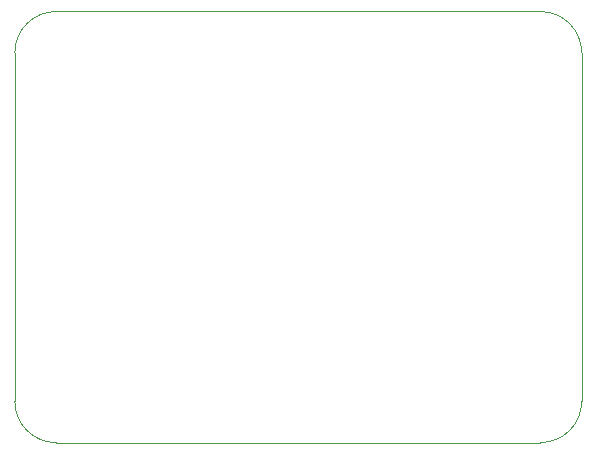
<source format=gbr>
%TF.GenerationSoftware,KiCad,Pcbnew,9.0.6*%
%TF.CreationDate,2025-12-23T12:21:06+09:00*%
%TF.ProjectId,ils,696c732e-6b69-4636-9164-5f7063625858,rev?*%
%TF.SameCoordinates,Original*%
%TF.FileFunction,Profile,NP*%
%FSLAX46Y46*%
G04 Gerber Fmt 4.6, Leading zero omitted, Abs format (unit mm)*
G04 Created by KiCad (PCBNEW 9.0.6) date 2025-12-23 12:21:06*
%MOMM*%
%LPD*%
G01*
G04 APERTURE LIST*
%TA.AperFunction,Profile*%
%ADD10C,0.100000*%
%TD*%
G04 APERTURE END LIST*
D10*
X176150000Y-141400000D02*
X135150000Y-141400000D01*
X135150000Y-141400000D02*
G75*
G02*
X131650000Y-137900000I-1J3499999D01*
G01*
X131650000Y-108400000D02*
X131650000Y-137900000D01*
X131650000Y-108400000D02*
G75*
G02*
X135150000Y-104900000I3500000J0D01*
G01*
X179650000Y-137900000D02*
G75*
G02*
X176150000Y-141400000I-3499999J-1D01*
G01*
X179650000Y-108400000D02*
X179650000Y-137900000D01*
X176150000Y-104900000D02*
G75*
G02*
X179650000Y-108400000I0J-3500000D01*
G01*
X176150000Y-104900000D02*
X135150000Y-104900000D01*
M02*

</source>
